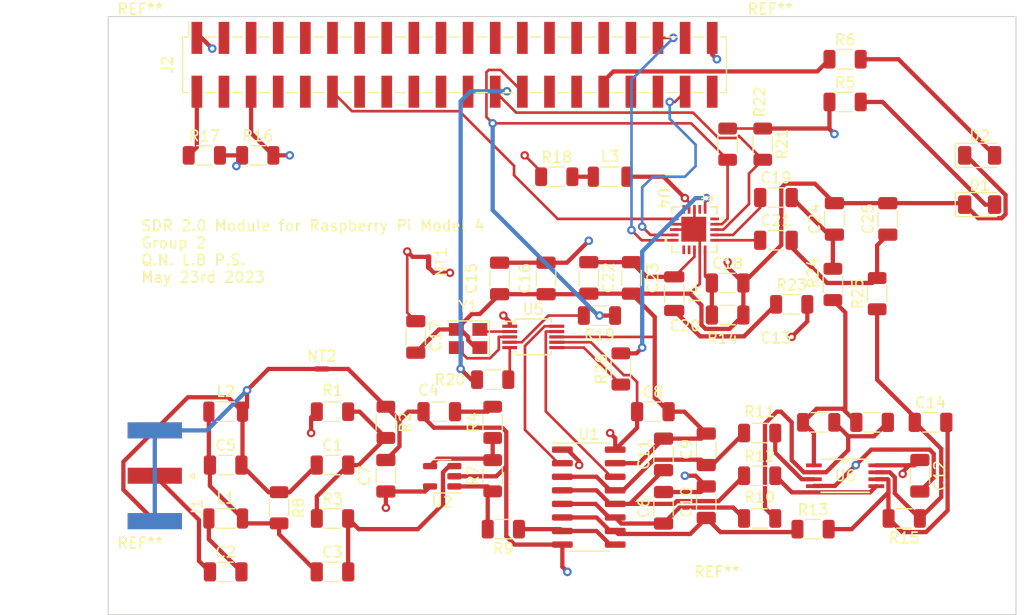
<source format=kicad_pcb>
(kicad_pcb (version 20221018) (generator pcbnew)
  (layers (0 "F.Cu" signal) (1 "In1.Cu" signal) (2 "In2.Cu" signal) (31 "B.Cu" signal) (34 "B.Paste" user) (35 "F.Paste" user) (36 "B.SilkS" user "B.Silkscreen") (37 "F.SilkS" user "F.Silkscreen") (38 "B.Mask" user) (39 "F.Mask" user) (44 "Edge.Cuts" user))
  (net 0 "")
  (net 1 "Net-(C1-Pad2)")
  (net 2 "Net-(J1-In)")
  (net 3 "Net-(C2-Pad2)")
  (net 4 "RF 7MHz")
  (net 5 "Net-(U2-+)")
  (net 6 "Net-(C4-Pad2)")
  (net 7 "I+")
  (net 8 "3.3V PIN 1")
  (net 9 "I-")
  (net 10 "Q+")
  (net 11 "Q-")
  (net 12 "LINE IN I")
  (net 13 "LINE IN Q")
  (net 14 "Net-(U4-DVDD)")
  (net 15 "Net-(U4-VMID)")
  (net 16 "Net-(U4-LLINEIN)")
  (net 17 "Net-(C19-Pad2)")
  (net 18 "Net-(U4-RLINEIN)")
  (net 19 "Net-(C21-Pad2)")
  (net 20 "Net-(U4-AVDD)")
  (net 21 "Net-(D1-A)")
  (net 22 "Net-(D2-A)")
  (net 23 "Net-(J2-Pin_2)")
  (net 28 "PCM_CLK PIN 12")
  (net 40 "SCL4 PIN26")
  (net 41 "SDA4 PIN24")
  (net 46 "LED_IN")
  (net 49 "PCM_FS PIN 35")
  (net 52 "PCM_DIN PIN 38")
  (net 54 "Net-(L3-Pad1)")
  (net 55 "Net-(L4-Pad2)")
  (net 56 "Net-(U2--)")
  (net 57 "Net-(U2-VOUT)")
  (net 58 "RFOUT")
  (net 59 "GNDREF")
  (net 60 "CLK0")
  (net 61 "CLK0 Phase 90")
  (net 62 "CLK2 ADC")
  (net 68 "Net-(U5-XA)")
  (net 69 "Net-(U5-XB)")
  (net 70 "Net-(U6-IN1-)")
  (net 71 "Net-(U6-IN2-)")
  (net 72 "Net-(U6-IN1+)")
  (net 73 "Net-(U6-IN2+)")
  (net 74 "GND")
  (net 77 "Net-(U5-CLK2)")
  (net 78 "5V to 3.3V PIN2")
  (net 82 "Net-(U5-SCL)")
  (net 83 "Net-(U5-SDA)")
  (footprint "Capacitor_SMD:C_1206_3216Metric" (layer "F.Cu") (at 78 77)
    (fp_text reference "C2")
    (fp_text value "8.87pF")
  )
  (footprint "Resistor_SMD:R_1206_3216Metric" (layer "F.Cu") (at 133 73)
    (fp_text reference "R13")
    (fp_text value "50")
  )
  (footprint "Capacitor_SMD:C_1206_3216Metric" (layer "F.Cu") (at 112 49.475 -90)
    (fp_text reference "C22")
    (fp_text value "10uF")
  )
  (footprint "Resistor_SMD:R_1206_3216Metric" (layer "F.Cu") (at 136 29)
    (fp_text reference "R6")
    (fp_text value "200")
  )
  (footprint "Capacitor_SMD:C_1206_3216Metric" (layer "F.Cu") (at 129.525 45.95)
    (fp_text reference "C21")
    (fp_text value "1uF")
  )
  (footprint "Resistor_SMD:R_1206_3216Metric" (layer "F.Cu") (at 81 38)
    (fp_text reference "R16")
    (fp_text value "20k")
  )
  (footprint "Capacitor_SMD:C_1206_3216Metric" (layer "F.Cu") (at 116 49.475 90)
    (fp_text reference "C23")
    (fp_text value "0.1uF")
  )
  (footprint "Resistor_SMD:R_1206_3216Metric" (layer "F.Cu") (at 103 59)
    (fp_text reference "R20")
    (fp_text value "30")
  )
  (footprint "Inductor_SMD:L_1206_3216Metric" (layer "F.Cu") (at 78 72)
    (fp_text reference "L1")
    (fp_text value "57.6uH")
  )
  (footprint "Capacitor_SMD:C_1206_3216Metric" (layer "F.Cu") (at 144 63)
    (fp_text reference "C14")
    (fp_text value "3300pF")
  )
  (footprint "Capacitor_SMD:C_1206_3216Metric" (layer "F.Cu") (at 123 70.475 90)
    (fp_text reference "C10")
    (fp_text value "0.1uF")
  )
  (footprint "Inductor_SMD:L_1206_3216Metric" (layer "F.Cu") (at 78 62)
    (fp_text reference "L2")
    (fp_text value "22.1nH")
  )
  (footprint "Package_SO:MSOP-10_3x3mm_P0.5mm" (layer "F.Cu") (at 106.8 55)
    (fp_text reference "U5")
    (fp_text value "Si5351A-B-GT")
  )
  (footprint "Capacitor_SMD:C_1206_3216Metric" (layer "F.Cu") (at 125 49.95)
    (fp_text reference "C18")
    (fp_text value "0.1uF")
  )
  (footprint "Resistor_SMD:R_1206_3216Metric" (layer "F.Cu") (at 115 58 90)
    (fp_text reference "R26")
    (fp_text value "30")
  )
  (footprint "Resistor_SMD:R_1206_3216Metric" (layer "F.Cu") (at 103 68 90)
    (fp_text reference "R7")
    (fp_text value "220")
  )
  (footprint "MountingHole:MountingHole_2.7mm" (layer "F.Cu") (at 70 28)
    (fp_text reference "REF**")
    (fp_text value "MountingHole_2.7mm")
  )
  (footprint "Capacitor_SMD:C_1206_3216Metric" (layer "F.Cu") (at 143 68 -90)
    (fp_text reference "C12")
    (fp_text value "0.1uF")
  )
  (footprint "Capacitor_SMD:C_1206_3216Metric" (layer "F.Cu") (at 119 71 90)
    (fp_text reference "C6")
    (fp_text value "0.1uF")
  )
  (footprint "Resistor_SMD:R_1206_3216Metric" (layer "F.Cu") (at 141.5375 72 180)
    (fp_text reference "R15")
    (fp_text value "30K")
  )
  (footprint "Resistor_SMD:R_1206_3216Metric" (layer "F.Cu") (at 133.525 63)
    (fp_text reference "R14")
    (fp_text value "30K")
  )
  (footprint "opamp_adc:PW8" (layer "F.Cu") (at 136 68)
    (fp_text reference "U6")
    (fp_text value "TL972IPWR")
  )
  (footprint "Package_TO_SOT_SMD:SOT-23-5" (layer "F.Cu") (at 98.275 68.05 180)
    (fp_text reference "U2")
    (fp_text value "THS4304")
  )
  (footprint "MountingHole:MountingHole_2.7mm" (layer "F.Cu") (at 129 28)
    (fp_text reference "REF**")
    (fp_text value "MountingHole_2.7mm" hide)
  )
  (footprint "Resistor_SMD:R_1206_3216Metric" (layer "F.Cu") (at 83 71 -90)
    (fp_text reference "R8")
    (fp_text value "50")
  )
  (footprint "Capacitor_SMD:C_1206_3216Metric" (layer "F.Cu") (at 88 77)
    (fp_text reference "C3")
    (fp_text value "0.01uF")
  )
  (footprint "Capacitor_SMD:C_1206_3216Metric" (layer "F.Cu") (at 98 62)
    (fp_text reference "C4")
    (fp_text value "0.1uF")
  )
  (footprint "opamp_adc:CP_20_4_ADI" (layer "F.Cu") (at 121.8923 44.95 -90)
    (fp_text reference "U4")
    (fp_text value "SSM2604CPZ-REEL7")
  )
  (footprint "Capacitor_SMD:C_1206_3216Metric" (layer "F.Cu") (at 78 67)
    (fp_text reference "C5")
    (fp_text value "23.2nF")
  )
  (footprint "Capacitor_SMD:C_1206_3216Metric" (layer "F.Cu") (at 140 43.95 90)
    (fp_text reference "C25")
    (fp_text value "220pF")
  )
  (footprint "Crystal:Crystal_SMD_TXC_7M-4Pin_3.2x2.5mm" (layer "F.Cu") (at 100.7 55.15 180)
    (fp_text reference "Y1")
    (fp_text value "Crystal")
  )
  (footprint "Capacitor_SMD:C_1206_3216Metric" (layer "F.Cu") (at 135 43.95 90)
    (fp_text reference "C24")
    (fp_text value "220pF")
  )
  (footprint "Capacitor_SMD:C_1206_3216Metric" (layer "F.Cu") (at 93 68 -90)
    (fp_text reference "C7")
    (fp_text value "0.1uF")
  )
  (footprint "Resistor_SMD:R_1206_3216Metric" (layer "F.Cu") (at 76 38)
    (fp_text reference "R17")
    (fp_text value "10k")
  )
  (footprint "Inductor_SMD:L_1206_3216Metric" (layer "F.Cu") (at 120 50.95 -90)
    (fp_text reference "L4")
    (fp_text value "47uH, 15mA")
  )
  (footprint "Capacitor_SMD:C_1206_3216Metric" (layer "F.Cu") (at 103.65 49.525 -90)
    (fp_text reference "C15")
    (fp_text value "10uF")
  )
  (footprint "Diode_SMD:D_1206_3216Metric" (layer "F.Cu") (at 148.6 38)
    (fp_text reference "D2")
    (fp_text value "LED blue")
  )
  (footprint "Resistor_SMD:R_1206_3216Metric" (layer "F.Cu") (at 93 63 -90)
    (fp_text reference "R2")
    (fp_text value "470")
  )
  (footprint "Capacitor_SMD:C_1206_3216Metric" (layer "F.Cu") (at 95.8 55 -90)
    (fp_text reference "C17")
    (fp_text value "0.1uF")
  )
  (footprint "Inductor_SMD:L_1206_3216Metric" (layer "F.Cu") (at 114 40)
    (fp_text reference "L3")
    (fp_text value "47uH, 15mA")
  )
  (footprint "Resistor_SMD:R_1206_3216Metric" (layer "F.Cu") (at 134.855 50.085 90)
    (fp_text reference "R24")
    (fp_text value "5.6k")
  )
  (footprint "MountingHole:MountingHole_2.7mm" (layer "F.Cu") (at 129 78)
    (fp_text reference "REF**")
    (fp_text value "MountingHole_2.7mm")
  )
  (footprint "NetTie:NetTie-2_SMD_Pad0.5mm" (layer "F.Cu") (at 97 48 -90)
    (fp_text reference "NT1")
    (fp_text value "NetTie_2")
  )
  (footprint "Resistor_SMD:R_1206_3216Metric" (layer "F.Cu") (at 104 73 180)
    (fp_text reference "R9")
    (fp_text value "100")
  )
  (footprint "Resistor_SMD:R_1206_3216Metric" (layer "F.Cu") (at 109 40)
    (fp_text reference "R18")
    (fp_text value "220")
  )
  (footprint "Resistor_SMD:R_1206_3216Metric" (layer "F.Cu") (at 136 33)
    (fp_text reference "R5")
    (fp_text value "62")
  )
  (footprint "Capacitor_SMD:C_1206_3216Metric" (layer "F.Cu") (at 108 49.525 90)
    (fp_text reference "C16")
    (fp_text value "0.1uF")
  )
  (footprint "Diode_SMD:D_1206_3216Metric" (layer "F.Cu") (at 148.6 42.61)
    (fp_text reference "D1")
    (fp_text value "LED yellow")
  )
  (footprint "Resistor_SMD:R_1206_3216Metric" (layer "F.Cu") (at 128 64 180)
    (fp_text reference "R11")
    (fp_text value "50")
  )
  (footprint "Resistor_SMD:R_1206_3216Metric" (layer "F.Cu") (at 131 51.95)
    (fp_text reference "R23")
    (fp_text value "220")
  )
  (footprint "Resistor_SMD:R_1206_3216Metric" (layer "F.Cu") (at 128.29 36.95 -90)
    (fp_text reference "R21")
    (fp_text value "2.43k")
  )
  (footprint "Resistor_SMD:R_1206_3216Metric" (layer "F.Cu") (at 113 53 180)
    (fp_text reference "R19")
    (fp_text value "30")
  )
  (footprint "MountingHole:MountingHole_2.7mm" (layer "F.Cu") (at 70 78)
    (fp_text reference "REF**")
    (fp_text value "MountingHole_2.7mm")
  )
  (footprint "Resistor_SMD:R_1206_3216Metric" (layer "F.Cu") (at 103 63 90)
    (fp_text reference "R4")
    (fp_text value "47")
  )
  (footprint "Resistor_SMD:R_1206_3216Metric" (layer "F.Cu") (at 128 68)
    (fp_text reference "R12")
    (fp_text value "50")
  )
  (footprint "Capacitor_SMD:C_1206_3216Metric" (layer "F.Cu") (at 123 65.525 90)
    (fp_text reference "C9")
    (fp_text value "0.1uF")
  )
  (footprint "Capacitor_SMD:C_1206_3216Metric" (layer "F.Cu") (at 119 66 90)
    (fp_text reference "C11")
    (fp_text value "0.1uF")
  )
  (footprint "Capacitor_SMD:C_1206_3216Metric" (layer "F.Cu") (at 129.525 41.95)
    (fp_text reference "C19")
    (fp_text value "1uF")
  )
  (footprint "Capacitor_SMD:C_1206_3216Metric" (layer "F.Cu") (at 88 67)
    (fp_text reference "C1")
    (fp_text value "0.01uF")
  )
  (footprint "Resistor_SMD:R_1206_3216Metric" (layer "F.Cu") (at 125 36.95 -90)
    (fp_text reference "R22")
    (fp_text value "2.43k")
  )
  (footprint "Connector_PinSocket_2.54mm:PinSocket_2x20_P2.54mm_Vertical_SMD" (layer "F.Cu") (at 99.43 29.52 90)
    (fp_text reference "J2")
    (fp_text value "Conn_02x20_Odd_Even")
  )
  (footprint "Capacitor_SMD:C_1206_3216Metric" (layer "F.Cu") (at 125 52.95)
    (fp_text reference "C20")
    (fp_text value "4.7uF")
  )
  (footprint "Capacitor_SMD:C_1206_3216Metric" (layer "F.Cu") (at 138.525 63)
    (fp_text reference "C13")
    (fp_text value "3300pF")
  )
  (footprint "Connector_Coaxial:SMA_Amphenol_132289_EdgeMount" (layer "F.Cu") (at 71.3625 68 180)
    (fp_text reference "J1")
    (fp_text value "Conn_Coaxial")
  )
  (footprint "Resistor_SMD:R_1206_3216Metric" (layer "F.Cu") (at 88 62 180)
    (fp_text reference "R1")
    (fp_text value "470")
  )
  (footprint "NetTie:NetTie-2_SMD_Pad0.5mm" (layer "F.Cu") (at 87 58)
    (fp_text reference "NT2")
    (fp_text value "NetTie_2")
  )
  (footprint "Capacitor_SMD:C_1206_3216Metric" (layer "F.Cu") (at 118 62)
    (fp_text reference "C8")
    (fp_text value "0.1uF")
  )
  (footprint "Resistor_SMD:R_1206_3216Metric" (layer "F.Cu") (at 139 50.95 90)
    (fp_text reference "R25")
    (fp_text value "5.6k")
  )
  (footprint "Resistor_SMD:R_1206_3216Metric" (layer "F.Cu") (at 88 72)
    (fp_text reference "R3")
    (fp_text value "470")
  )
  (footprint "Resistor_SMD:R_1206_3216Metric" (layer "F.Cu") (at 128 72 180)
    (fp_text reference "R10")
    (fp_text value "50")
  )
  (footprint "Package_SO:SOIC-16_3.9x9.9mm_P1.27mm" (layer "F.Cu") (at 112 70)
    (fp_text reference "U1")
    (fp_text value "TS3A5017")
  )
  (gr_line (start 152 81) (end 152 25) (stroke (width 0.1)) (layer "Edge.Cuts"))
  (gr_line (start 67 81) (end 152 81) (stroke (width 0.1)) (layer "Edge.Cuts"))
  (gr_line (start 152 25) (end 67 25) (stroke (width 0.1)) (layer "Edge.Cuts"))
  (gr_line (start 67 25) (end 67 81) (stroke (width 0.1)) (layer "Edge.Cuts"))
  (gr_text "SDR 2.0 Module for Raspberry Pi Model 4\nGroup 2 \nQ.N. L.B P.S.\nMay 23rd 2023\n" (at 70 50) (layer "F.SilkS") (effects (font (size 1 1)) (justify left bottom)))
  (segment (start 86.5375 72) (end 86.5375 69.9375) (width 0.4) (layer "F.Cu") (net 1))
  (segment (start 90.4625 67) (end 93 64.4625) (width 0.4) (layer "F.Cu") (net 1))
  (segment (start 90.5375 62) (end 93 64.4625) (width 0.4) (layer "F.Cu") (net 1))
  (segment (start 86.5375 69.9375) (end 89.475 67) (width 0.4) (layer "F.Cu") (net 1))
  (segment (start 89.4625 62) (end 90.5375 62) (width 0.4) (layer "F.Cu") (net 1))
  (segment (start 89.475 67) (end 90.4625 67) (width 0.4) (layer "F.Cu") (net 1))
  (segment (start 75.5 72.1375) (end 75.5 75.975) (width 0.4) (layer "F.Cu") (net 2))
  (segment (start 75.5 75.975) (end 76.525 77) (width 0.4) (layer "F.Cu") (net 2))
  (segment (start 71.3625 68) (end 75.5 72.1375) (width 0.4) (layer "F.Cu") (net 2))
  (segment (start 76.425 72) (end 76.425 73.95) (width 0.4) (layer "F.Cu") (net 3))
  (segment (start 76.425 73.95) (end 79.475 77) (width 0.4) (layer "F.Cu") (net 3))
  (segment (start 83 73.475) (end 86.525 77) (width 0.4) (layer "F.Cu") (net 4))
  (segment (start 76.525 68.95) (end 79.575 72) (width 0.4) (layer "F.Cu") (net 4))
  (segment (start 80.0375 72.4625) (end 79.575 72) (width 0.4) (layer "F.Cu") (net 4))
  (segment (start 76.425 62) (end 76.425 66.9) (width 0.4) (layer "F.Cu") (net 4))
  (segment (start 76.525 67) (end 76.525 68.95) (width 0.4) (layer "F.Cu") (net 4))
  (segment (start 76.425 66.9) (end 76.525 67) (width 0.4) (layer "F.Cu") (net 4))
  (segment (start 83 72.4625) (end 83 73.475) (width 0.4) (layer "F.Cu") (net 4))
  (segment (start 83 72.4625) (end 80.0375 72.4625) (width 0.4) (layer "F.Cu") (net 4))
  (segment (start 90.4625 73) (end 96 73) (width 0.4) (layer "F.Cu") (net 5))
  (segment (start 89.4625 72) (end 90.4625 73) (width 0.4) (layer "F.Cu") (net 5))
  (segment (start 98.922183 67.1) (end 99.4125 67.1) (width 0.4) (layer "F.Cu") (net 5))
  (segment (start 98.35 70.65) (end 98.35 67.672183) (width 0.4) (layer "F.Cu") (net 5))
  (segment (start 89.4625 72) (end 89.4625 76.9875) (width 0.4) (layer "F.Cu") (net 5))
  (segment (start 98.35 67.672183) (end 98.922183 67.1) (width 0.4) (layer "F.Cu") (net 5))
  (segment (start 89.4625 76.9875) (end 89.475 77) (width 0.4) (layer "F.Cu") (net 5))
  (segment (start 96 73) (end 98.35 70.65) (width 0.4) (layer "F.Cu") (net 5))
  (segment (start 102.5375 62) (end 103 61.5375) (width 0.4) (layer "F.Cu") (net 6))
  (segment (start 99.475 62) (end 102.5375 62) (width 0.4) (layer "F.Cu") (net 6))
  (segment (start 109.525 70.635) (end 112.635 70.635) (width 0.4) (layer "F.Cu") (net 7))
  (segment (start 119 72.475) (end 115.045 72.475) (width 0.4) (layer "F.Cu") (net 7))
  (segment (start 125.5125 70.975) (end 126.5375 72) (width 0.4) (layer "F.Cu") (net 7))
  (segment (start 115.045 72.475) (end 114.475 71.905) (width 0.4) (layer "F.Cu") (net 7))
  (segment (start 120.5 70.975) (end 125.5125 70.975) (width 0.4) (layer "F.Cu") (net 7))
  (segment (start 112.635 70.635) (end 113.905 71.905) (width 0.4) (layer "F.Cu") (net 7))
  (segment (start 119 72.475) (end 120.5 70.975) (width 0.4) (layer "F.Cu") (net 7))
  (segment (start 113.905 71.905) (end 114.475 71.905) (width 0.4) (layer "F.Cu") (net 7))
  (segment (start 107.5375 39.5375) (end 106 38) (width 0.25) (layer "F.Cu") (net 8))
  (segment (start 75.740498 27) (end 76.740498 28) (width 0.4) (layer "F.Cu") (net 8))
  (segment (start 95 50) (end 95 47) (width 0.25) (layer "F.Cu") (net 8))
  (segment (start 107.5375 40) (end 107.5375 39.5375) (width 0.25) (layer "F.Cu") (net 8))
  (segment (start 97 47.5) (end 95.5 47.5) (width 0.4) (layer "F.Cu") (net 8))
  (segment (start 95 52.725) (end 95.8 53.525) (width 0.25) (layer "F.Cu") (net 8))
  (segment (start 75.3 27) (end 75.740498 27) (width 0.4) (layer "F.Cu") (net 8))
  (segment (start 95.5 47.5) (end 95 47) (width 0.4) (layer "F.Cu") (net 8))
  (segment (start 95 50) (end 95 52.725) (width 0.25) (layer "F.Cu") (net 8))
  (via blind (at 95 47) (size 0.8) (drill 0.4) (layers "F.Cu" "In2.Cu") (net 8))
  (via blind (at 106 38) (size 0.8) (drill 0.4) (layers "F.Cu" "In2.Cu") (net 8))
  (via blind (at 76.740498 28) (size 0.8) (drill 0.4) (layers "F.Cu" "B.Cu") (net 8))
  (segment (start 112.722183 68.095) (end 113.992183 69.365) (width 0.4) (layer "F.Cu") (net 9))
  (segment (start 126.5375 64) (end 123.5375 67) (width 0.4) (layer "F.Cu") (net 9))
  (segment (start 109.525 68.095) (end 112.722183 68.095) (width 0.4) (layer "F.Cu") (net 9))
  (segment (start 123.5375 67) (end 123 67) (width 0.4) (layer "F.Cu") (net 9))
  (segment (start 118.080761 66.5) (end 115.215761 69.365) (width 0.4) (layer "F.Cu") (net 9))
  (segment (start 113.992183 69.365) (end 114.475 69.365) (width 0.4) (layer "F.Cu") (net 9))
  (segment (start 122.5 66.5) (end 118.080761 66.5) (width 0.4) (layer "F.Cu") (net 9))
  (segment (start 115.215761 69.365) (end 114.475 69.365) (width 0.4) (layer "F.Cu") (net 9))
  (segment (start 123 67) (end 122.5 66.5) (width 0.4) (layer "F.Cu") (net 9))
  (segment (start 114.75 73.45) (end 114.475 73.175) (width 0.4) (layer "F.Cu") (net 10))
  (segment (start 124.325 73.275) (end 131.2625 73.275) (width 0.4) (layer "F.Cu") (net 10))
  (segment (start 123 71.95) (end 121.5 73.45) (width 0.4) (layer "F.Cu") (net 10))
  (segment (start 121.5 73.45) (end 114.75 73.45) (width 0.4) (layer "F.Cu") (net 10))
  (segment (start 123 71.95) (end 124.325 73.275) (width 0.4) (layer "F.Cu") (net 10))
  (segment (start 113.992183 73.175) (end 114.475 73.175) (width 0.4) (layer "F.Cu") (net 10))
  (segment (start 109.525 71.905) (end 112.722183 71.905) (width 0.4) (layer "F.Cu") (net 10))
  (segment (start 112.722183 71.905) (end 113.992183 73.175) (width 0.4) (layer "F.Cu") (net 10))
  (segment (start 131.2625 73.275) (end 131.5375 73) (width 0.4) (layer "F.Cu") (net 10))
  (segment (start 115.84 70.635) (end 119 67.475) (width 0.4) (layer "F.Cu") (net 11))
  (segment (start 114.475 70.635) (end 115.84 70.635) (width 0.4) (layer "F.Cu") (net 11))
  (segment (start 112.722183 69.365) (end 113.992183 70.635) (width 0.4) (layer "F.Cu") (net 11))
  (segment (start 120.251472 70.375) (end 119.991472 70.635) (width 0.4) (layer "F.Cu") (net 11))
  (segment (start 119.991472 70.635) (end 115.84 70.635) (width 0.4) (layer "F.Cu") (net 11))
  (segment (start 124.1625 70.375) (end 120.251472 70.375) (width 0.4) (layer "F.Cu") (net 11))
  (segment (start 113.992183 70.635) (end 114.475 70.635) (width 0.4) (layer "F.Cu") (net 11))
  (segment (start 109.525 69.365) (end 112.722183 69.365) (width 0.4) (layer "F.Cu") (net 11))
  (segment (start 126.5375 68) (end 124.1625 70.375) (width 0.4) (layer "F.Cu") (net 11))
  (segment (start 136.025 61.975) (end 135.775 61.725) (width 0.4) (layer "F.Cu") (net 12))
  (segment (start 136.025 61.975) (end 136.025 52.7175) (width 0.4) (layer "F.Cu") (net 12))
  (segment (start 133.079 64.0165) (end 132.0625 63) (width 0.4) (layer "F.Cu") (net 12))
  (segment (start 137.05 63) (end 136.025 61.975) (width 0.4) (layer "F.Cu") (net 12))
  (segment (start 135.775 61.725) (end 133.3375 61.725) (width 0.4) (layer "F.Cu") (net 12))
  (segment (start 133.03125 62.03125) (end 132.0625 63) (width 0.4) (layer "F.Cu") (net 12))
  (segment (start 136.025 52.7175) (end 134.855 51.5475) (width 0.4) (layer "F.Cu") (net 12))
  (segment (start 133.3375 61.725) (end 133.03125 62.03125) (width 0.4) (layer "F.Cu") (net 12))
  (segment (start 133.079 67.025001) (end 133.079 64.0165) (width 0.4) (layer "F.Cu") (net 12))
  (segment (start 140.6576 68.148671) (end 140.183928 67.674999) (width 0.4) (layer "F.Cu") (net 13))
  (segment (start 145 65.475) (end 142.525 63) (width 0.4) (layer "F.Cu") (net 13))
  (segment (start 142.525 62.525) (end 139 59) (width 0.4) (layer "F.Cu") (net 13))
  (segment (start 139 59) (end 139 52.4125) (width 0.4) (layer "F.Cu") (net 13))
  (segment (start 140.6576 69.6576) (end 140.6576 68.148671) (width 0.4) (layer "F.Cu") (net 13))
  (segment (start 143 72) (end 145 70) (width 0.4) (layer "F.Cu") (net 13))
  (segment (start 145 70) (end 145 65.475) (width 0.4) (layer "F.Cu") (net 13))
  (segment (start 142.525 63) (end 142.525 62.525) (width 0.4) (layer "F.Cu") (net 13))
  (segment (start 140.183928 67.674999) (end 138.921 67.674999) (width 0.4) (layer "F.Cu") (net 13))
  (segment (start 143 72) (end 140.6576 69.6576) (width 0.4) (layer "F.Cu") (net 13))
  (segment (start 115.575 40) (end 119 40) (width 0.4) (layer "F.Cu") (net 14))
  (segment (start 121.392301 43.0577) (end 121.392301 42.392301) (width 0.25) (layer "F.Cu") (net 14))
  (segment (start 121.392301 42.392301) (end 121 42) (width 0.25) (layer "F.Cu") (net 14))
  (segment (start 119 40) (end 121 42) (width 0.4) (layer "F.Cu") (net 14))
  (segment (start 112 46) (end 109.95 48.05) (width 0.4) (layer "F.Cu") (net 14))
  (segment (start 103.65 48.05) (end 108 48.05) (width 0.4) (layer "F.Cu") (net 14))
  (segment (start 109.95 48.05) (end 108 48.05) (width 0.4) (layer "F.Cu") (net 14))
  (via blind (at 121 42) (size 0.8) (drill 0.4) (layers "F.Cu" "In2.Cu") (net 14))
  (via blind (at 112 46) (size 0.8) (drill 0.4) (layers "F.Cu" "B.Cu") (net 14))
  (segment (start 122.892301 49.317301) (end 123.525 49.95) (width 0.25) (layer "F.Cu") (net 15))
  (segment (start 122.892301 46.8423) (end 122.892301 49.317301) (width 0.25) (layer "F.Cu") (net 15))
  (segment (start 123.525 49.95) (end 123.525 52.95) (width 0.4) (layer "F.Cu") (net 15))
  (segment (start 128.05 42.9) (end 128.05 41.95) (width 0.25) (layer "F.Cu") (net 16))
  (segment (start 123.7846 45.449999) (end 125.500001 45.449999) (width 0.25) (layer "F.Cu") (net 16))
  (segment (start 125.500001 45.449999) (end 128.05 42.9) (width 0.25) (layer "F.Cu") (net 16))
  (segment (start 134.855 45.57) (end 135 45.425) (width 0.4) (layer "F.Cu") (net 17))
  (segment (start 134.855 48.6225) (end 134.855 45.57) (width 0.4) (layer "F.Cu") (net 17))
  (segment (start 131 41.95) (end 134.475 45.425) (width 0.4) (layer "F.Cu") (net 17))
  (segment (start 134.475 45.425) (end 135 45.425) (width 0.4) (layer "F.Cu") (net 17))
  (segment (start 123.7846 45.950001) (end 128.05 45.95) (width 0.25) (layer "F.Cu") (net 18))
  (segment (start 134.325761 49.95) (end 138.5375 49.95) (width 0.4) (layer "F.Cu") (net 19))
  (segment (start 138.5375 49.95) (end 139 49.4875) (width 0.4) (layer "F.Cu") (net 19))
  (segment (start 131 45.95) (end 131 46.624239) (width 0.4) (layer "F.Cu") (net 19))
  (segment (start 131 46.624239) (end 134.325761 49.95) (width 0.4) (layer "F.Cu") (net 19))
  (segment (start 139 49.4875) (end 139 46.425) (width 0.4) (layer "F.Cu") (net 19))
  (segment (start 139 46.425) (end 140 45.425) (width 0.4) (layer "F.Cu") (net 19))
  (segment (start 121.8923 46.8423) (end 121.8923 47.4827) (width 0.25) (layer "F.Cu") (net 20))
  (segment (start 116.95 48.95) (end 117 48.95) (width 0.4) (layer "F.Cu") (net 20))
  (segment (start 117.425 49.375) (end 120 49.375) (width 0.4) (layer "F.Cu") (net 20))
  (segment (start 117 48.95) (end 117.425 49.375) (width 0.4) (layer "F.Cu") (net 20))
  (segment (start 116 48) (end 112 48) (width 0.4) (layer "F.Cu") (net 20))
  (segment (start 116 48) (end 116.95 48.95) (width 0.4) (layer "F.Cu") (net 20))
  (segment (start 121.8923 47.4827) (end 120 49.375) (width 0.25) (layer "F.Cu") (net 20))
  (segment (start 149.119239 42.61) (end 150 42.61) (width 0.4) (layer "F.Cu") (net 21))
  (segment (start 139.509239 33) (end 149.119239 42.61) (width 0.4) (layer "F.Cu") (net 21))
  (segment (start 137.4625 33) (end 139.509239 33) (width 0.4) (layer "F.Cu") (net 21))
  (segment (start 137.4625 29) (end 141 29) (width 0.4) (layer "F.Cu") (net 22))
  (segment (start 141 29) (end 150 38) (width 0.4) (layer "F.Cu") (net 22))
  (segment (start 75.3 37.2375) (end 74.5375 38) (width 0.4) (layer "F.Cu") (net 23))
  (segment (start 75.3 32.04) (end 75.3 37.2375) (width 0.4) (layer "F.Cu") (net 23))
  (segment (start 109.086826 43.949999) (end 105 39.863173) (width 0.25) (layer "F.Cu") (net 28))
  (segment (start 120 43.949999) (end 109.086826 43.949999) (width 0.25) (layer "F.Cu") (net 28))
  (segment (start 105 39.863173) (end 105 38.974695) (width 0.25) (layer "F.Cu") (net 28))
  (segment (start 105 38.974695) (end 99.890305 33.865) (width 0.25) (layer "F.Cu") (net 28))
  (segment (start 99.890305 33.865) (end 89.825 33.865) (width 0.25) (layer "F.Cu") (net 28))
  (segment (start 89.825 33.865) (end 88 32.04) (width 0.25) (layer "F.Cu") (net 28))
  (segment (start 102.63 30) (end 103.74 30) (width 0.25) (layer "F.Cu") (net 40))
  (segment (start 125 38.4125) (end 121.5875 35) (width 0.25) (layer "F.Cu") (net 40))
  (segment (start 121.5875 35) (end 103 35) (width 0.25) (layer "F.Cu") (net 40))
  (segment (start 103 35) (end 102.415 34.415) (width 0.25) (layer "F.Cu") (net 40))
  (segment (start 102.415 34.415) (end 102.415 30.215) (width 0.25) (layer "F.Cu") (net 40))
  (segment (start 102.415 30.215) (end 102.63 30) (width 0.25) (layer "F.Cu") (net 40))
  (segment (start 125 43.917999) (end 125 38.4125) (width 0.25) (layer "F.Cu") (net 40))
  (segment (start 123.7846 44.450001) (end 124.467998 44.450001) (width 0.25) (layer "F.Cu") (net 40))
  (segment (start 114.4625 53) (end 113 53) (width 0.4) (layer "F.Cu") (net 40))
  (segment (start 103.74 30) (end 105.78 32.04) (width 0.25) (layer "F.Cu") (net 40))
  (segment (start 124.467998 44.450001) (end 125 43.917999) (width 0.25) (layer "F.Cu") (net 40))
  (via blind (at 103 35) (size 0.8) (drill 0.4) (layers "F.Cu" "B.Cu") (net 40))
  (via blind (at 113 53) (size 0.8) (drill 0.4) (layers "F.Cu" "B.Cu") (net 40))
  (segment (start 112.868629 53) (end 103 43.131371) (width 0.4) (layer "B.Cu") (net 40))
  (segment (start 103 43.131371) (end 103 35) (width 0.4) (layer "B.Cu") (net 40))
  (segment (start 113 53) (end 112.868629 53) (width 0.4) (layer "B.Cu") (net 40))
  (segment (start 124.604395 44.95) (end 127 42.554395) (width 0.25) (layer "F.Cu") (net 41))
  (segment (start 125.863173 36.375) (end 124.136827 36.375) (width 0.25) (layer "F.Cu") (net 41))
  (segment (start 103.28 32) (end 103.24 32.04) (width 0.4) (layer "F.Cu") (net 41))
  (segment (start 101 59) (end 100 58) (width 0.4) (layer "F.Cu") (net 41))
  (segment (start 124.136827 36.375) (end 121.761827 34) (width 0.25) (layer "F.Cu") (net 41))
  (segment (start 127 39.7025) (end 128.29 38.4125) (width 0.25) (layer "F.Cu") (net 41))
  (segment (start 121.761827 34) (end 105.2 34) (width 0.25) (layer "F.Cu") (net 41))
  (segment (start 104.339502 32) (end 104.379502 32.04) (width 0.4) (layer "F.Cu") (net 41))
  (segment (start 105.2 34) (end 103.24 32.04) (width 0.25) (layer "F.Cu") (net 41))
  (segment (start 103 32.28) (end 103.24 32.04) (width 0.4) (layer "F.Cu") (net 41))
  (segment (start 127 42.554395) (end 127 39.7025) (width 0.25) (layer "F.Cu") (net 41))
  (segment (start 104.339502 32) (end 103.28 32) (width 0.4) (layer "F.Cu") (net 41))
  (segment (start 128.29 38.4125) (end 126.057836 36.180336) (width 0.25) (layer "F.Cu") (net 41))
  (segment (start 101.5375 59) (end 101 59) (width 0.4) (layer "F.Cu") (net 41))
  (segment (start 126.057836 36.180336) (end 125.863173 36.375) (width 0.25) (layer "F.Cu") (net 41))
  (segment (start 123.7846 44.95) (end 124.604395 44.95) (width 0.25) (layer "F.Cu") (net 41))
  (via blind (at 100 58) (size 0.8) (drill 0.4) (layers "F.Cu" "B.Cu") (net 41))
  (via blind (at 104.339502 32) (size 0.8) (drill 0.4) (layers "F.Cu" "B.Cu") (net 41))
  (segment (start 104.339502 32) (end 100.940498 32) (width 0.4) (layer "B.Cu") (net 41))
  (segment (start 100 32.940498) (end 100 58) (width 0.4) (layer "B.Cu") (net 41))
  (segment (start 100.940498 32) (end 100 32.940498) (width 0.4) (layer "B.Cu") (net 41))
  (segment (start 133.3975 30.14) (end 114.3 30.14) (width 0.4) (layer "F.Cu") (net 46))
  (segment (start 134.5375 29) (end 133.3975 30.14) (width 0.4) (layer "F.Cu") (net 46))
  (segment (start 114.3 30.14) (end 113.4 31.04) (width 0.4) (layer "F.Cu") (net 46))
  (segment (start 113.4 31.04) (end 113.4 32.04) (width 0.4) (layer "F.Cu") (net 46))
  (segment (start 120 45.950001) (end 116.950001 45.950001) (width 0.25) (layer "F.Cu") (net 49))
  (segment (start 119.920498 27) (end 118.48 27) (width 0.25) (layer "F.Cu") (net 49))
  (segment (start 116.950001 45.950001) (end 116 45) (width 0.25) (layer "F.Cu") (net 49))
  (via blind (at 119.920498 27) (size 0.8) (drill 0.4) (layers "F.Cu" "B.Cu") (net 49))
  (via blind (at 116 45) (size 0.8) (drill 0.4) (layers "F.Cu" "B.Cu") (net 49))
  (segment (start 119.920498 27) (end 116 30.920498) (width 0.25) (layer "B.Cu") (net 49))
  (segment (start 116 30.920498) (end 116 45) (width 0.25) (layer "B.Cu") (net 49))
  (segment (start 119.579502 33) (end 120.06 33) (width 0.25) (layer "F.Cu") (net 52))
  (segment (start 120 45.449999) (end 117.7755 45.449999) (width 0.25) (layer "F.Cu") (net 52))
  (segment (start 120.06 33) (end 121.02 32.04) (width 0.25) (layer "F.Cu") (net 52))
  (segment (start 117.7755 45.449999) (end 117 44.674499) (width 0.25) (layer "F.Cu") (net 52))
  (via blind (at 119.579502 33) (size 0.8) (drill 0.4) (layers "F.Cu" "B.Cu") (net 52))
  (via blind (at 117 44.674499) (size 0.8) (drill 0.4) (layers "F.Cu" "B.Cu") (net 52))
  (segment (start 117 41) (end 118 40) (width 0.25) (layer "B.Cu") (net 52))
  (segment (start 118 40) (end 121 40) (width 0.25) (layer "B.Cu") (net 52))
  (segment (start 122 39) (end 122 37) (width 0.25) (layer "B.Cu") (net 52))
  (segment (start 122 37) (end 119.579502 34.579502) (width 0.25) (layer "B.Cu") (net 52))
  (segment (start 117 44.674499) (end 117 41) (width 0.25) (layer "B.Cu") (net 52))
  (segment (start 119.579502 34.579502) (end 119.579502 33) (width 0.25) (layer "B.Cu") (net 52))
  (segment (start 121 40) (end 122 39) (width 0.25) (layer "B.Cu") (net 52))
  (segment (start 110.4625 40) (end 112.425 40) (width 0.4) (layer "F.Cu") (net 54))
  (segment (start 122.425 54.95) (end 120 52.525) (width 0.4) (layer "F.Cu") (net 55))
  (segment (start 129.5375 51.95) (end 126.5375 54.95) (width 0.4) (layer "F.Cu") (net 55))
  (segment (start 122.425 54.95) (end 126.5375 54.95) (width 0.4) (layer "F.Cu") (net 55))
  (segment (start 102.8625 66.4) (end 103 66.5375) (width 0.4) (layer "F.Cu") (net 56))
  (segment (start 103 64.4625) (end 103 66.5375) (width 0.4) (layer "F.Cu") (net 56))
  (segment (start 97.8375 66.4) (end 102.8625 66.4) (width 0.4) (layer "F.Cu") (net 56))
  (segment (start 97.1375 67.1) (end 97.8375 66.4) (width 0.4) (layer "F.Cu") (net 56))
  (segment (start 102.5375 73) (end 102.5375 69.925) (width 0.4) (layer "F.Cu") (net 57))
  (segment (start 102.5375 69) (end 103 69.4625) (width 0.4) (layer "F.Cu") (net 57))
  (segment (start 99.4125 69) (end 102.5375 69) (width 0.4) (layer "F.Cu") (net 57))
  (segment (start 102.5375 69.925) (end 103 69.4625) (width 0.4) (layer "F.Cu") (net 57))
  (segment (start 105.4625 73) (end 109.35 73) (width 0.4) (layer "F.Cu") (net 58))
  (segment (start 112.722183 73.175) (end 113.992183 74.445) (width 0.4) (layer "F.Cu") (net 58))
  (segment (start 113.992183 74.445) (end 114.475 74.445) (width 0.4) (layer "F.Cu") (net 58))
  (segment (start 109.35 73) (end 109.525 73.175) (width 0.4) (layer "F.Cu") (net 58))
  (segment (start 109.525 73.175) (end 112.722183 73.175) (width 0.4) (layer "F.Cu") (net 58))
  (segment (start 122.475 69.525) (end 123 69) (width 0.4) (layer "F.Cu") (net 59))
  (segment (start 96.525 62) (end 96.525 62.525) (width 0.4) (layer "F.Cu") (net 59))
  (segment (start 122.392299 46.8423) (end 122.392299 50.02694) (width 0.25) (layer "F.Cu") (net 59))
  (segment (start 108 51) (end 111.95 51) (width 0.4) (layer "F.Cu") (net 59))
  (segment (start 135.047201 68.952799) (end 133.079 68.952799) (width 0.4) (layer "F.Cu") (net 59))
  (segment (start 122.392299 46.8423) (end 122.392299 45.480585) (width 0.25) (layer "F.Cu") (net 59))
  (segment (start 103.344239 68.05) (end 99.4125 68.05) (width 0.4) (layer "F.Cu") (net 59))
  (segment (start 130.025 46.4) (end 130.025 41.030761) (width 0.4) (layer "F.Cu") (net 59))
  (segment (start 104.275 67.119239) (end 103.344239 68.05) (width 0.4) (layer "F.Cu") (net 59))
  (segment (start 121.8923 43.0577) (end 121.8923 44.850388) (width 0.25) (layer "F.Cu") (net 59))
  (segment (start 125.175 54.25) (end 126.475 52.95) (width 0.4) (layer "F.Cu") (net 59))
  (segment (start 119.475 62) (end 120.95 62) (width 0.4) (layer "F.Cu") (net 59))
  (segment (start 147.065 42.475) (end 147.2 42.61) (width 0.4) (layer "F.Cu") (net 59))
  (segment (start 125 48) (end 125 48.475) (width 0.4) (layer "F.Cu") (net 59))
  (segment (start 101.8 52.85) (end 101.05 52.85) (width 0.4) (layer "F.Cu") (net 59))
  (segment (start 147.2 38) (end 147.309239 38) (width 0.4) (layer "F.Cu") (net 59))
  (segment (start 122.392299 50.02694) (end 121.469239 50.95) (width 0.25) (layer "F.Cu") (net 59))
  (segment (start 138.45 65.55) (end 143.919239 65.55) (width 0.4) (layer "F.Cu") (net 59))
  (segment (start 111.098947 66.64613) (end 110.007817 65.555) (width 0.4) (layer "F.Cu") (net 59))
  (segment (start 96.525 62) (end 95.0875 62) (width 0.4) (layer "F.Cu") (net 59))
  (segment (start 119 69.525) (end 122.475 69.525) (width 0.4) (layer "F.Cu") (net 59))
  (segment (start 96.525 62.525) (end 97.5 63.5) (width 0.4) (layer "F.Cu") (net 59))
  (segment (start 111.95 51) (end 112 50.95) (width 0.4) (layer "F.Cu") (net 59))
  (segment (start 119 64.525) (end 116.7 66.825) (width 0.4) (layer "F.Cu") (net 59))
  (segment (start 122.930761 54.25) (end 125.175 54.25) (width 0.4) (layer "F.Cu") (net 59))
  (segment (start 109.525 74.445) (end 105.050761 74.445) (width 0.4) (layer "F.Cu") (net 59))
  (segment (start 133.175 40.65) (end 135 42.475) (width 0.4) (layer "F.Cu") (net 59))
  (segment (start 126.475 49.95) (end 130.025 46.4) (width 0.4) (layer "F.Cu") (net 59))
  (segment (start 120.95 62) (end 123 64.05) (width 0.4) (layer "F.Cu") (net 59))
  (segment (start 110 77) (end 109.525 76.525) (width 0.4) (layer "F.Cu") (net 59))
  (segment (start 144.3 68.175) (end 143 69.475) (width 0.4) (layer "F.Cu") (net 59))
  (segment (start 122.525 64.525) (end 123 64.05) (width 0.4) (layer "F.Cu") (net 59))
  (segment (start 151.025 41.715761) (end 151.025 43.504239) (width 0.4) (layer "F.Cu") (net 59))
  (segment (start 87.5 58) (end 89.4625 58) (width 0.4) (layer "F.Cu") (net 59))
  (segment (start 147.309239 38) (end 151.025 41.715761) (width 0.4) (layer "F.Cu") (net 59))
  (segment (start 121.792688 44.95) (end 121.827201 44.915487) (width 0.25) (layer "F.Cu") (net 59))
  (segment (start 103.894239 63.5) (end 104.275 63.880761) (width 0.4) (layer "F.Cu") (net 59))
  (segment (start 97.5 63.5) (end 103.894239 63.5) (width 0.4) (layer "F.Cu") (net 59))
  (segment (start 137 67) (end 138.45 65.55) (width 0.4) (layer "F.Cu") (net 59))
  (segment (start 123.56 28.56) (end 123.56 27) (width 0.4) (layer "F.Cu") (net 59))
  (segment (start 130.405761 40.65) (end 133.175 40.65) (width 0.4) (layer "F.Cu") (net 59))
  (segment (start 135 42.475) (end 140 42.475) (width 0.4) (layer "F.Cu") (net 59))
  (segment (start 94.275 62.8125) (end 93 61.5375) (width 0.4) (layer "F.Cu") (net 59))
  (segment (start 118.175 53.125) (end 116 50.95) (width 0.4) (layer "F.Cu") (net 59))
  (segment (start 119.475 62) (end 118.175 60.7) (width 0.4) (layer "F.Cu") (net 59))
  (segment (start 122.392299 45.480585) (end 121.827201 44.915487) (width 0.25) (layer "F.Cu") (net 59))
  (segment (start 121.8923 44.850388) (end 121.827201 44.915487) (width 0.25) (layer "F.Cu") (net 59))
  (segment (start 121.469239 50.95) (end 122.55 52.030761) (width 0.4) (layer "F.Cu") (net 59))
  (segment (start 109 55) (end 118.175 55) (width 0.25) (layer "F.Cu") (net 59))
  (segment (start 112 50.95) (end 116 50.95) (width 0.4) (layer "F.Cu") (net 59))
  (segment (start 118.175 60.7) (end 118.175 55) (width 0.4) (layer "F.Cu") (net 59))
  (segment (start 122.55 52.030761) (end 122.55 53.869239) (width 0.4) (layer "F.Cu") (net 59))
  (segment (start 125 48.475) (end 126.475 49.95) (width 0.4) (layer "F.Cu") (net 59))
  (segment (start 109.525 76.525) (end 109.525 74.445) (width 0.4) (layer "F.Cu") (net 59))
  (segment (start 110.007817 65.555) (end 109.525 65.555) (width 0.4) (layer "F.Cu") (net 59))
  (segment (start 89.4625 58) (end 93 61.5375) (width 0.4) (layer "F.Cu") (net 59))
  (segment (start 101.8 56) (end 101.4 56) (width 0.4) (layer "F.Cu") (net 59))
  (segment (start 116 50.95) (end 121.469239 50.95) (width 0.4) (layer "F.Cu") (net 59))
  (segment (start 140 42.475) (end 147.065 42.475) (width 0.4) (layer "F.Cu") (net 59))
  (segment (start 100.7 55.3) (end 100.7 55) (width 0.4) (layer "F.Cu") (net 59))
  (segment (start 103.65 51) (end 101.8 52.85) (width 0.4) (layer "F.Cu") (net 59))
  (segment (start 143.919239 65.55) (end 144.3 65.930761) (width 0.4) (layer "F.Cu") (net 59))
  (segment (start 93 66.525) (end 94.275 65.25) (width 0.4) (layer "F.Cu") (net 59))
  (segment (start 121.361715 44.450001) (end 121.827201 44.915487) (width 0.25) (layer "F.Cu") (net 59))
  (segment (start 104.275 63.880761) (end 104.275 67.119239) (width 0.4) (layer "F.Cu") (net 59))
  (segment (start 94.275 65.25) (end 94.275 62.8125) (width 0.4) (layer "F.Cu") (net 59))
  (segment (start 130.025 41.030761) (end 130.405761 40.65) (width 0.4) (layer "F.Cu") (net 59))
  (segment (start 111.098947 67.003806) (end 111.098947 66.64613) (width 0.4) (layer "F.Cu") (net 59))
  (segment (start 101.4 56) (end 100.7 55.3) (width 0.4) (layer "F.Cu") (net 59))
  (segment (start 122 68) (end 123 69) (width 0.4) (layer "F.Cu") (net 59))
  (segment (start 120 44.450001) (end 121.361715 44.450001) (width 0.25) (layer "F.Cu") (net 59))
  (segment (start 100.7 55) (end 100 54.3) (width 0.4) (layer "F.Cu") (net 59))
  (segment (start 126.475 49.95) (end 126.475 52.95) (width 0.4) (layer "F.Cu") (net 59))
  (segment (start 122.55 53.869239) (end 122.930761 54.25) (width 0.4) (layer "F.Cu") (net 59))
  (segment (start 118.175 55) (end 118.175 53.125) (width 0.4) (layer "F.Cu") (net 59))
  (segment (start 95.8 56.475) (end 97.975 54.3) (width 0.4) (layer "F.Cu") (net 59))
  (segment (start 100 54.3) (end 99.6 54.3) (width 0.4) (layer "F.Cu") (net 59))
  (segment (start 121 68) (end 122 68) (width 0.4) (layer "F.Cu") (net 59))
  (segment (start 120 44.95) (end 121.792688 44.95) (width 0.25) (layer "F.Cu") (net 59))
  (segment (start 116.7 66.825) (end 114.475 66.825) (width 0.4) (layer "F.Cu") (net 59))
  (segment (start 119 64.525) (end 122.525 64.525) (width 0.4) (layer "F.Cu") (net 59))
  (segment (start 150.644239 43.885) (end 148.475 43.885) (width 0.4) (layer "F.Cu") (net 59))
  (segment (start 137 67) (end 135.047201 68.952799) (width 0.4) (layer "F.Cu") (net 59))
  (segment (start 95.0875 62) (end 94.275 62.8125) (width 0.4) (layer "F.Cu") (net 59))
  (segment (start 144.3 65.930761) (end 144.3 68.175) (width 0.4) (layer "F.Cu") (net 59))
  (segment (start 108 51) (end 103.65 51) (width 0.4) (layer "F.Cu") (net 59))
  (segment (start 101.05 52.85) (end 99.6 54.3) (width 0.4) (layer "F.Cu") (net 59))
  (segment (start 105.050761 74.445) (end 104.275 73.669239) (width 0.4) (layer "F.Cu") (net 59))
  (segment (start 148.475 43.885) (end 147.2 42.61) (width 0.4) (layer "F.Cu") (net 59))
  (segment (start 151.025 43.504239) (end 150.644239 43.885) (width 0.4) (layer "F.Cu") (net 59))
  (segment (start 97.975 54.3) (end 99.6 54.3) (width 0.4) (layer "F.Cu") (net 59))
  (segment (start 104.275 73.669239) (end 104.275 67.119239) (width 0.4) (layer "F.Cu") (net 59))
  (segment (start 124 29) (end 123.56 28.56) (width 0.4) (layer "F.Cu") (net 59))
  (via blind (at 111.098947 67.003806) (size 0.8) (drill 0.4) (layers "F.Cu" "In1.Cu") (net 59))
  (via blind (at 125 48) (size 0.8) (drill 0.4) (layers "F.Cu" "In1.Cu") (net 59))
  (via blind (at 110 77) (size 0.8) (drill 0.4) (layers "F.Cu" "B.Cu") (net 59))
  (via blind (at 124 29) (size 0.8) (drill 0.4) (layers "F.Cu" "B.Cu") (net 59))
  (via blind (at 137 67) (size 0.8) (drill 0.4) (layers "F.Cu" "B.Cu") (net 59))
  (via blind (at 121 68) (size 0.8) (drill 0.4) (layers "F.Cu" "B.Cu") (net 59))
  (segment (start 106.025 63.701751) (end 109.148249 66.825) (width 0.25) (layer "F.Cu") (net 60))
  (segment (start 107.863604 54) (end 106.025 55.838604) (width 0.25) (layer "F.Cu") (net 60))
  (segment (start 109.148249 66.825) (end 109.525 66.825) (width 0.25) (layer "F.Cu") (net 60))
  (segment (start 106.025 55.838604) (end 106.025 63.701751) (width 0.25) (layer "F.Cu") (net 60))
  (segment (start 109 54) (end 107.863604 54) (width 0.25) (layer "F.Cu") (net 60))
  (segment (start 107.975 61.971751) (end 114.098249 68.095) (width 0.25) (layer "F.Cu") (net 61))
  (segment (start 107.975 54.525) (end 107.975 61.971751) (width 0.25) (layer "F.Cu") (net 61))
  (segment (start 114.098249 68.095) (end 114.475 68.095) (width 0.25) (layer "F.Cu") (net 61))
  (segment (start 109 54.5) (end 108 54.5) (width 0.25) (layer "F.Cu") (net 61))
  (segment (start 108 54.5) (end 107.975 54.525) (width 0.25) (layer "F.Cu") (net 61))
  (segment (start 122.892301 42.107061) (end 123 41.999362) (width 0.25) (layer "F.Cu") (net 62))
  (segment (start 122.892301 43.0577) (end 122.892301 42.107061) (width 0.25) (layer "F.Cu") (net 62))
  (segment (start 115 56.5375) (end 116.4625 56.5375) (width 0.4) (layer "F.Cu") (net 62))
  (segment (start 116.4625 56.5375) (end 117 56) (width 0.4) (layer "F.Cu") (net 62))
  (via (at 123 41.999362) (size 0.8) (drill 0.4) (layers "F.Cu" "B.Cu") (net 62))
  (via blind (at 117 56) (size 0.8) (drill 0.4) (layers "F.Cu" "B.Cu") (net 62))
  (segment (start 117 47.00035) (end 117 56) (width 0.4) (layer "B.Cu") (net 62))
  (segment (start 123 41.999362) (end 122.000988 41.999362) (width 0.4) (layer "B.Cu") (net 62))
  (segment (start 122.000988 41.999362) (end 117 47.00035) (width 0.4) (layer "B.Cu") (net 62))
  (segment (start 104.6 54.5) (end 102 54.5) (width 0.25) (layer "F.Cu") (net 68))
  (segment (start 102 54.5) (end 101.8 54.3) (width 0.25) (layer "F.Cu") (net 68))
  (segment (start 100.6 57) (end 99.6 56) (width 0.25) (layer "F.Cu") (net 69))
  (segment (start 103.6 55) (end 103.575 55.025) (width 0.25) (layer "F.Cu") (net 69))
  (segment (start 102.75 57) (end 100.6 57) (width 0.25) (layer "F.Cu") (net 69))
  (segment (start 103.575 56.175) (end 102.75 57) (width 0.25) (layer "F.Cu") (net 69))
  (segment (start 103.575 55.025) (end 103.575 56.175) (width 0.25) (layer "F.Cu") (net 69))
  (segment (start 104.6 55) (end 103.6 55) (width 0.25) (layer "F.Cu") (net 69))
  (segment (start 134.2156 67.674999) (end 133.079 67.674999) (width 0.4) (layer "F.Cu") (net 70))
  (segment (start 131 63) (end 131 66.534073) (width 0.4) (layer "F.Cu") (net 70))
  (segment (start 132.140926 67.674999) (end 133.079 67.674999) (width 0.4) (layer "F.Cu") (net 70))
  (segment (start 138.7 64.3) (end 136.2875 64.3) (width 0.4) (layer "F.Cu") (net 70))
  (segment (start 136.2875 64.3) (end 135.7406 63.7531) (width 0.4) (layer "F.Cu") (net 70))
  (segment (start 130 62) (end 131 63) (width 0.4) (layer "F.Cu") (net 70))
  (segment (start 131 66.534073) (end 132.140926 67.674999) (width 0.4) (layer "F.Cu") (net 70))
  (segment (start 134.9875 63) (end 135.7406 63.7531) (width 0.4) (layer "F.Cu") (net 70))
  (segment (start 136.2875 64.3) (end 136.2875 65.603099) (width 0.4) (layer "F.Cu") (net 70))
  (segment (start 140 63) (end 138.7 64.3) (width 0.4) (layer "F.Cu") (net 70))
  (segment (start 129.4625 72) (end 128.5 71.0375) (width 0.4) (layer "F.Cu") (net 70))
  (segment (start 129.605761 62) (end 130 62) (width 0.4) (layer "F.Cu") (net 70))
  (segment (start 128.5 63.105761) (end 129.605761 62) (width 0.4) (layer "F.Cu") (net 70))
  (segment (start 136.2875 65.603099) (end 134.2156 67.674999) (width 0.4) (layer "F.Cu") (net 70))
  (segment (start 128.5 71.0375) (end 128.5 63.105761) (width 0.4) (layer "F.Cu") (net 70))
  (segment (start 140.0576 69.552799) (end 140.0576 71.9826) (width 0.4) (layer "F.Cu") (net 71))
  (segment (start 145.6 71.256739) (end 143.581739 73.275) (width 0.4) (layer "F.Cu") (net 71))
  (segment (start 145.475 63) (end 145.6 63.125) (width 0.4) (layer "F.Cu") (net 71))
  (segment (start 139.985402 68.325001) (end 138.921 68.325001) (width 0.4) (layer "F.Cu") (net 71))
  (segment (start 141.35 73.275) (end 140.075 72) (width 0.4) (layer "F.Cu") (net 71))
  (segment (start 143.581739 73.275) (end 141.35 73.275) (width 0.4) (layer "F.Cu") (net 71))
  (segment (start 136.610399 73) (end 140.0576 69.552799) (width 0.4) (layer "F.Cu") (net 71))
  (segment (start 145.6 63.125) (end 145.6 71.256739) (width 0.4) (layer "F.Cu") (net 71))
  (segment (start 140.0576 68.397199) (end 139.985402 68.325001) (width 0.4) (layer "F.Cu") (net 71))
  (segment (start 140.0576 71.9826) (end 140.075 72) (width 0.4) (layer "F.Cu") (net 71))
  (segment (start 140.0576 69.552799) (end 140.0576 68.397199) (width 0.4) (layer "F.Cu") (net 71))
  (segment (start 134.4625 73) (end 136.610399 73) (width 0.4) (layer "F.Cu") (net 71))
  (segment (start 131.9424 68.325001) (end 133.079 68.325001) (width 0.4) (layer "F.Cu") (net 72))
  (segment (start 129.4625 64) (end 129.4625 65.845101) (width 0.4) (layer "F.Cu") (net 72))
  (segment (start 129.4625 65.845101) (end 131.9424 68.325001) (width 0.4) (layer "F.Cu") (net 72))
  (segment (start 138.3432 69.552799) (end 138.921 68.974999) (width 0.4) (layer "F.Cu") (net 73))
  (segment (start 129.4625 68) (end 131.015299 69.552799) (width 0.4) (layer "F.Cu") (net 73))
  (segment (start 131.015299 69.552799) (end 138.3432 69.552799) (width 0.4) (layer "F.Cu") (net 73))
  (segment (start 68.4225 69.31) (end 71.3625 72.25) (width 0.4) (layer "F.Cu") (net 74))
  (segment (start 82.0125 69.5375) (end 83 69.5375) (width 0.4) (layer "F.Cu") (net 74))
  (segment (start 80.38 35.9175) (end 82.4625 38) (width 0.4) (layer "F.Cu") (net 74))
  (segment (start 82 58) (end 80 60) (width 0.4) (layer "F.Cu") (net 74))
  (segment (start 79.575 66.9) (end 79.575 62) (width 0.4) (layer "F.Cu") (net 74))
  (segment (start 80 61.575) (end 79.575 62) (width 0.4) (layer "F.Cu") (net 74))
  (segment (start 71.3625 63.75) (end 74.4625 60.65) (width 0.4) (layer "F.Cu") (net 74))
  (segment (start 74.4625 60.65) (end 78.225 60.65) (width 0.4) (layer "F.Cu") (net 74))
  (segment (start 83 69.5375) (end 83.9875 69.5375) (width 0.4) (layer "F.Cu") (net 74))
  (segment (start 82.4625 38) (end 84 38) (width 0.4) (layer "F.Cu") (net 74))
  (segment (start 71.3625 63.75) (end 68.4225 66.69) (width 0.4) (layer "F.Cu") (net 74))
  (segment (start 78.225 60.65) (end 79.575 62) (width 0.4) (layer "F.Cu") (net 74))
  (segment (start 79.475 67) (end 79.575 66.9) (width 0.4) (layer "F.Cu") (net 74))
  (segment (start 68.4225 66.69) (end 68.4225 69.31) (width 0.4) (layer "F.Cu") (net 74))
  (segment (start 79.475 67) (end 82.0125 69.5375) (width 0.4) (layer "F.Cu") (net 74))
  (segment (start 86.5 58) (end 82 58) (width 0.4) (layer "F.Cu") (net 74))
  (segment (start 80.38 32.04) (end 80.38 35.9175) (width 0.4) (layer "F.Cu") (net 74))
  (segment (start 83.9875 69.5375) (end 86.525 67) (width 0.4) (layer "F.Cu") (net 74))
  (segment (start 80 60) (end 80 61.575) (width 0.4) (layer "F.Cu") (net 74))
  (via blind (at 84 38) (size 0.8) (drill 0.4) (layers "F.Cu" "B.Cu") (net 74))
  (via blind (at 80 60) (size 0.8) (drill 0.4) (layers "F.Cu" "B.Cu") (net 74))
  (segment (start 76.25 63.75) (end 80 60) (width 0.4) (layer "B.Cu") (net 74))
  (segment (start 71.3625 63.75) (end 76.25 63.75) (width 0.4) (layer "B.Cu") (net 74))
  (segment (start 71.3625 63.75) (end 71.3625 72.25) (width 0.4) (layer "B.Cu") (net 74))
  (segment (start 111.5375 56) (end 109 56) (width 0.25) (layer "F.Cu") (net 77))
  (segment (start 111.5375 56) (end 115 59.4625) (width 0.25) (layer "F.Cu") (net 77))
  (segment (start 116.525 59.236827) (end 115.863173 58.575) (width 0.25) (layer "F.Cu") (net 78))
  (segment (start 96.6625 69.475) (end 97.1375 69) (width 0.4) (layer "F.Cu") (net 78))
  (segment (start 79.5375 38.4625) (end 79 39) (width 0.4) (layer "F.Cu") (net 78))
  (segment (start 131 55) (end 132.4625 53.5375) (width 0.4) (layer "F.Cu") (net 78))
  (segment (start 141.390954 67.830247) (end 141.390954 67.634047) (width 0.4) (layer "F.Cu") (net 78))
  (segment (start 114 64) (end 114.475 64.475) (width 0.4) (layer "F.Cu") (net 78))
  (segment (start 86 64) (end 86 62.5375) (width 0.4) (layer "F.Cu") (net 78))
  (segment (start 93 69.475) (end 96.6625 69.475) (width 0.4) (layer "F.Cu") (net 78))
  (segment (start 142.499999 67.025001) (end 143 66.525) (width 0.4) (layer "F.Cu") (net 78))
  (segment (start 116.525 62) (end 116.525 59.236827) (width 0.25) (layer "F.Cu") (net 78))
  (segment (start 114.475 65.555) (end 116.525 63.505) (width 0.4) (layer "F.Cu") (net 78))
  (segment (start 116.525 63.505) (end 116.525 62) (width 0.4) (layer "F.Cu") (net 78))
  (segment (start 115.863173 58.575) (end 115.275 58.575) (width 0.25) (layer "F.Cu") (net 78))
  (segment (start 142 67.025001) (end 142.499999 67.025001) (width 0.4) (layer "F.Cu") (net 78))
  (segment (start 138.921 67.025001) (end 142 67.025001) (width 0.4) (layer "F.Cu") (net 78))
  (segment (start 134.5375 33) (end 134.5375 35.5375) (width 0.4) (layer "F.Cu") (net 78))
  (segment (start 93 71) (end 93 69.475) (width 0.4) (layer "F.Cu") (net 78))
  (segment (start 104 53) (end 104.6 53.6) (width 0.4) (layer "F.Cu") (net 78))
  (segment (start 135 36) (end 134.4875 35.4875) (width 0.4) (layer "F.Cu") (net 78))
  (segment (start 104.6 53.6) (end 104.6 53.95) (width 0.4) (layer "F.Cu") (net 78))
  (segment (start 97.5 49) (end 97 48.5) (width 0.4) (layer "F.Cu") (net 78))
  (segment (start 141.390954 67.634047) (end 142 67.025001) (width 0.4) (layer "F.Cu") (net 78))
  (segment (start 99 49) (end 97.5 49) (width 0.4) (layer "F.Cu") (net 78))
  (segment (start 114.475 64.475) (end 114.475 65.555) (width 0.4) (layer "F.Cu") (net 78))
  (segment (start 132.4625 53.5375) (end 132.4625 51.95) (width 0.4) (layer "F.Cu") (net 78))
  (segment (start 112.2 55.5) (end 109 55.5) (width 0.25) (layer "F.Cu") (net 78))
  (segment (start 134.4875 35.4875) (end 128.29 35.4875) (width 0.4) (layer "F.Cu") (net 78))
  (segment (start 79.5375 38) (end 77.4625 38) (width 0.4) (layer "F.Cu") (net 78))
  (segment (start 86 62.5375) (end 86.5375 62) (width 0.4) (layer "F.Cu") (net 78))
  (segment (start 125 35.4875) (end 128.29 35.4875) (width 0.25) (layer "F.Cu") (net 78))
  (segment (start 134.5375 35.5375) (end 135 36) (width 0.4) (layer "F.Cu") (net 78))
  (segment (start 79.5375 38) (end 79.5375 38.4625) (width 0.4) (layer "F.Cu") (net 78))
  (segment (start 115.275 58.575) (end 112.2 55.5) (width 0.25) (layer "F.Cu") (net 78))
  (via blind (at 99 49) (size 0.8) (drill 0.4) (layers "F.Cu" "In2.Cu") (net 78))
  (via blind (at 131 55) (size 0.8) (drill 0.4) (layers "F.Cu" "In2.Cu") (net 78))
  (via (at 135 36) (size 0.8) (drill 0.4) (layers "F.Cu" "B.Cu") (net 78))
  (via blind (at 104 53) (size 0.8) (drill 0.4) (layers "F.Cu" "In2.Cu") (net 78))
  (via blind (at 79 39) (size 0.8) (drill 0.4) (layers "F.Cu" "B.Cu") (net 78))
  (via blind (at 141.390954 67.830247) (size 0.8) (drill 0.4) (layers "F.Cu" "In2.Cu") (net 78))
  (via blind (at 93 71) (size 0.8) (drill 0.4) (layers "F.Cu" "In2.Cu") (net 78))
  (via blind (at 86 64) (size 0.8) (drill 0.4) (layers "F.Cu" "In2.Cu") (net 78))
  (via blind (at 114 64) (size 0.8) (drill 0.4) (layers "F.Cu" "In2.Cu") (net 78))
  (segment (start 108.227208 53) (end 111.5375 53) (width 0.25) (layer "F.Cu") (net 82))
  (segment (start 105.727208 55.5) (end 108.227208 53) (width 0.25) (layer "F.Cu") (net 82))
  (segment (start 104.6 55.5) (end 105.727208 55.5) (width 0.25) (layer "F.Cu") (net 82))
  (segment (start 104.6 58.8625) (end 104.4625 59) (width 0.25) (layer "F.Cu") (net 83))
  (segment (start 104.6 56) (end 104.6 58.8625) (width 0.25) (layer "F.Cu") (net 83))
)
</source>
